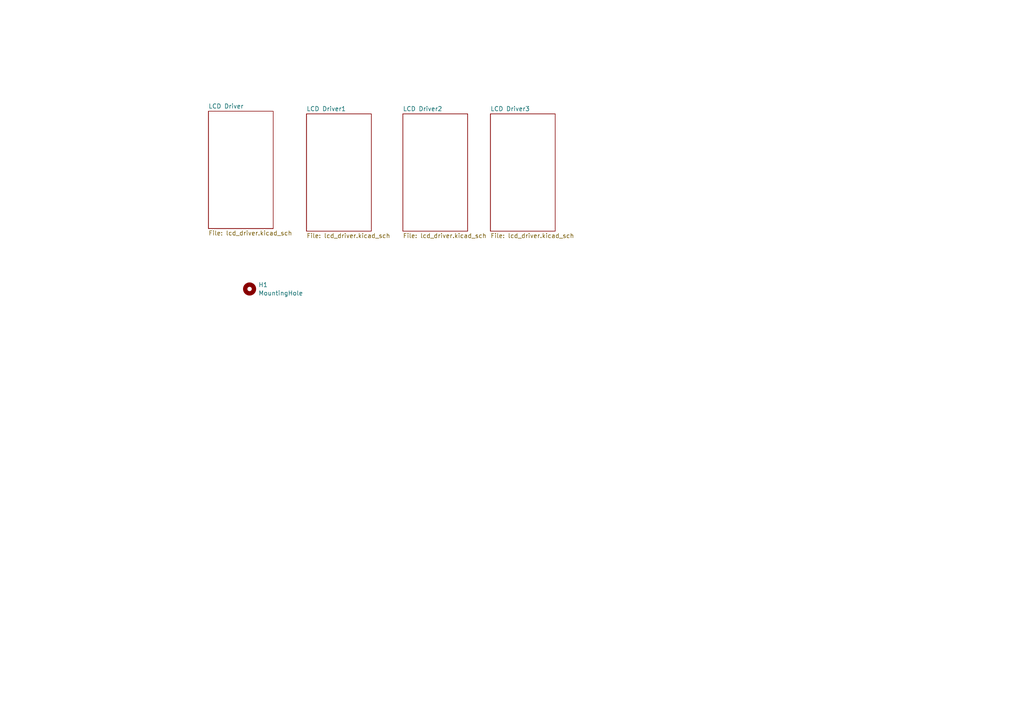
<source format=kicad_sch>
(kicad_sch (version 20231120) (generator "eeschema") (generator_version "8.0")
  (paper "A4")
  (lib_symbols
    (symbol "Mechanical:MountingHole" (pin_names (offset 1.016)) (exclude_from_sim yes) (in_bom no)
      (property "Reference" "H" (at 0 5.08 0))
      (property "Value" "MountingHole" (at 0 3.175 0))
      (symbol "MountingHole_0_1"
        (circle (center 0 0) (radius 1.27) (stroke (width 1.27)))
      )
    )
  )
  (symbol (lib_id "Mechanical:MountingHole") (at 72.39 83.82 0) (unit 1) (exclude_from_sim yes) (in_bom no)
    (property "Reference" "H1" (at 74.93 82.6078 0) (effects (justify left)))
    (property "Value" "MountingHole" (at 74.93 85.0321 0) (effects (justify left)))
    (property "Footprint" "MountingHole:MountingHole_2.2mm_M2" (effects (hide yes)))
    (property "Description" "Mounting Hole without connection" (effects (hide yes)))
  )
  (sheet (at 116.84 33.02) (size 18.796 34.036) (stroke (width 0.1524))
    (property "Sheetname" "LCD Driver2" (at 116.84 32.3084 0) (effects (justify left bottom)))
    (property "Sheetfile" "lcd_driver.kicad_sch" (at 116.84 67.6406 0) (effects (justify left top)))
  )
  (sheet (at 60.452 32.258) (size 18.796 34.036) (stroke (width 0.1524))
    (property "Sheetname" "LCD Driver" (at 60.452 31.5464 0) (effects (justify left bottom)))
    (property "Sheetfile" "lcd_driver.kicad_sch" (at 60.452 66.8786 0) (effects (justify left top)))
  )
  (sheet (at 142.24 33.02) (size 18.796 34.036) (stroke (width 0.1524))
    (property "Sheetname" "LCD Driver3" (at 142.24 32.3084 0) (effects (justify left bottom)))
    (property "Sheetfile" "lcd_driver.kicad_sch" (at 142.24 67.6406 0) (effects (justify left top)))
  )
  (sheet (at 88.9 33.02) (size 18.796 34.036) (stroke (width 0.1524))
    (property "Sheetname" "LCD Driver1" (at 88.9 32.3084 0) (effects (justify left bottom)))
    (property "Sheetfile" "lcd_driver.kicad_sch" (at 88.9 67.6406 0) (effects (justify left top)))
  )
)
</source>
